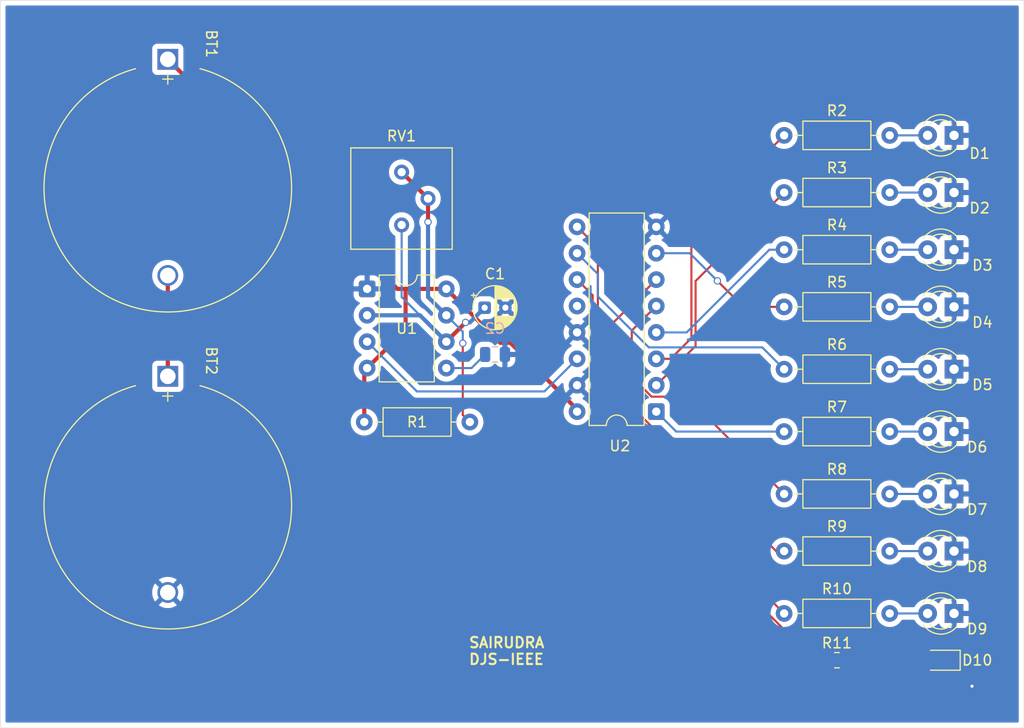
<source format=kicad_pcb>
(kicad_pcb (version 20241229) (generator "pcbnew") (generator_version "9.0")
  (layers (0 "F.Cu" signal) (2 "B.Cu" signal) (5 "F.SilkS" user "F.Silkscreen") (7 "B.SilkS" user "B.Silkscreen") (1 "F.Mask" user) (3 "B.Mask" user) (25 "Edge.Cuts" user))
  (net 0 "")
  (net 1 "Net-(BT1--)")
  (net 2 "+6V")
  (net 3 "GND")
  (net 4 "Net-(U1-THR)")
  (net 5 "Net-(U1-CV)")
  (net 6 "Net-(D1-A)")
  (net 7 "Net-(D2-A)")
  (net 8 "Net-(D3-A)")
  (net 9 "Net-(D4-A)")
  (net 10 "Net-(D5-A)")
  (net 11 "Net-(D6-A)")
  (net 12 "Net-(D7-A)")
  (net 13 "Net-(D8-A)")
  (net 14 "Net-(D9-A)")
  (net 15 "Net-(D10-A)")
  (net 16 "Net-(U1-DIS)")
  (net 17 "Q0")
  (net 18 "Q1")
  (net 19 "Q2")
  (net 20 "Q3")
  (net 21 "Q4")
  (net 22 "Q5")
  (net 23 "Q6")
  (net 24 "Q7")
  (net 25 "Q8")
  (net 26 "Q9")
  (net 27 "CLK")
  (footprint "Resistor_THT:R_Axial_DIN0207_L6.3mm_D2.5mm_P10.16mm_Horizontal" (layer "F.Cu") (at 147.42 58)
    (property "Reference" "R5" (at 5.08 -2.37 0) (layer "F.SilkS"))
    (property "Value" "220")
    (fp_line (start 1.04 0) (end 1.81 0) (stroke (width 0.12)) (layer "F.SilkS"))
    (fp_line (start 9.12 0) (end 8.35 0) (stroke (width 0.12)) (layer "F.SilkS"))
    (fp_rect (start 1.81 -1.37) (end 8.35 1.37) (stroke (width 0.12)) (fill no) (layer "F.SilkS"))
    (pad "1" thru_hole circle (at 0 0) (size 1.6 1.6) (drill 0.8) (layers "*.Cu" "*.Mask") (net 20 "Q3"))
    (pad "2" thru_hole circle (at 10.16 0) (size 1.6 1.6) (drill 0.8) (layers "*.Cu" "*.Mask") (net 9 "Net-(D4-A)"))
  )
  (footprint "Battery:BatteryHolder_MYOUNG_BS-07-A1BJ001_CR2032" (layer "F.Cu") (at 88.12 34.182546 -90)
    (property "Reference" "BT1" (at -1.5 -4.2 270) (layer "F.SilkS"))
    (property "Value" "3V")
    (fp_line (start 1.4 0) (end 2.4 0) (stroke (width 0.12)) (layer "F.SilkS"))
    (fp_line (start 1.9 -0.5) (end 1.9 0.5) (stroke (width 0.12)) (layer "F.SilkS"))
    (fp_arc (start 0.900001 -3.1) (mid 24.310499 0) (end 0.900001 3.1) (stroke (width 0.12)) (layer "F.SilkS"))
    (pad "1" thru_hole rect (at 0 0 90) (size 2 2) (drill 1.5) (layers "*.Cu" "*.Mask") (net 2 "+6V"))
    (pad "2" thru_hole circle (at 20.8 0 90) (size 2 2) (drill 1.5) (layers "*.Cu" "*.Mask") (net 1 "Net-(BT1--)"))
  )
  (footprint "LED_THT:LED_D3.0mm" (layer "F.Cu") (at 163.77 76 180)
    (property "Reference" "D7" (at -2.23 -1.5 0) (layer "F.SilkS"))
    (property "Value" "LED")
    (fp_line (start -0.29 1.08) (end -0.29 1.236) (stroke (width 0.12)) (layer "F.SilkS"))
    (fp_line (start -0.29 -1.236) (end -0.29 -1.08) (stroke (width 0.12)) (layer "F.SilkS"))
    (fp_arc (start 2.941437 1.08) (mid 1.36566 1.987699) (end -0.29 1.235516) (stroke (width 0.12)) (layer "F.SilkS"))
    (fp_arc (start 2.310961 1.08) (mid 1.27 1.5) (end 0.229039 1.08) (stroke (width 0.12)) (layer "F.SilkS"))
    (fp_arc (start 0.229039 -1.08) (mid 1.27 -1.5) (end 2.310961 -1.08) (stroke (width 0.12)) (layer "F.SilkS"))
    (fp_arc (start -0.29 -1.235516) (mid 1.36566 -1.987699) (end 2.941437 -1.08) (stroke (width 0.12)) (layer "F.SilkS"))
    (pad "1" thru_hole rect (at 0 0 180) (size 1.8 1.8) (drill 0.9) (layers "*.Cu" "*.Mask") (net 3 "GND"))
    (pad "2" thru_hole circle (at 2.54 0 180) (size 1.8 1.8) (drill 0.9) (layers "*.Cu" "*.Mask") (net 12 "Net-(D7-A)"))
  )
  (footprint "Package_DIP:DIP-8_W7.62mm" (layer "F.Cu") (at 107.3 56.27)
    (property "Reference" "U1" (at 3.805 3.81 0) (layer "F.SilkS"))
    (property "Value" "LM555xN")
    (fp_line (start 1.16 -1.33) (end 1.16 8.95) (stroke (width 0.12)) (layer "F.SilkS"))
    (fp_line (start 1.16 8.95) (end 6.46 8.95) (stroke (width 0.12)) (layer "F.SilkS"))
    (fp_line (start 2.81 -1.33) (end 1.16 -1.33) (stroke (width 0.12)) (layer "F.SilkS"))
    (fp_line (start 6.46 -1.33) (end 4.81 -1.33) (stroke (width 0.12)) (layer "F.SilkS"))
    (fp_line (start 6.46 8.95) (end 6.46 -1.33) (stroke (width 0.12)) (layer "F.SilkS"))
    (fp_arc (start 4.81 -1.33) (mid 3.81 -0.33) (end 2.81 -1.33) (stroke (width 0.12)) (layer "F.SilkS"))
    (pad "1" thru_hole roundrect (at 0 0) (size 1.6 1.6) (drill 0.8) (layers "*.Cu" "*.Mask") (roundrect_rratio 0.15625) (net 3 "GND"))
    (pad "2" thru_hole circle (at 0 2.54) (size 1.6 1.6) (drill 0.8) (layers "*.Cu" "*.Mask") (net 4 "Net-(U1-THR)"))
    (pad "3" thru_hole circle (at 0 5.08) (size 1.6 1.6) (drill 0.8) (layers "*.Cu" "*.Mask") (net 27 "CLK"))
    (pad "4" thru_hole circle (at 0 7.62) (size 1.6 1.6) (drill 0.8) (layers "*.Cu" "*.Mask") (net 2 "+6V"))
    (pad "5" thru_hole circle (at 7.62 7.62) (size 1.6 1.6) (drill 0.8) (layers "*.Cu" "*.Mask") (net 5 "Net-(U1-CV)"))
    (pad "6" thru_hole circle (at 7.62 5.08) (size 1.6 1.6) (drill 0.8) (layers "*.Cu" "*.Mask") (net 4 "Net-(U1-THR)"))
    (pad "7" thru_hole circle (at 7.62 2.54) (size 1.6 1.6) (drill 0.8) (layers "*.Cu" "*.Mask") (net 16 "Net-(U1-DIS)"))
    (pad "8" thru_hole circle (at 7.62 0) (size 1.6 1.6) (drill 0.8) (layers "*.Cu" "*.Mask") (net 2 "+6V"))
  )
  (footprint "Resistor_THT:R_Axial_DIN0207_L6.3mm_D2.5mm_P10.16mm_Horizontal" (layer "F.Cu") (at 147.42 52.5)
    (property "Reference" "R4" (at 5.08 -2.37 0) (layer "F.SilkS"))
    (property "Value" "220")
    (fp_line (start 1.04 0) (end 1.81 0) (stroke (width 0.12)) (layer "F.SilkS"))
    (fp_line (start 9.12 0) (end 8.35 0) (stroke (width 0.12)) (layer "F.SilkS"))
    (fp_rect (start 1.81 -1.37) (end 8.35 1.37) (stroke (width 0.12)) (fill no) (layer "F.SilkS"))
    (pad "1" thru_hole circle (at 0 0) (size 1.6 1.6) (drill 0.8) (layers "*.Cu" "*.Mask") (net 19 "Q2"))
    (pad "2" thru_hole circle (at 10.16 0) (size 1.6 1.6) (drill 0.8) (layers "*.Cu" "*.Mask") (net 8 "Net-(D3-A)"))
  )
  (footprint "Resistor_THT:R_Axial_DIN0207_L6.3mm_D2.5mm_P10.16mm_Horizontal" (layer "F.Cu") (at 107.025 69.08)
    (property "Reference" "R1" (at 5.08 0 0) (layer "F.SilkS"))
    (property "Value" "10K")
    (fp_line (start 1.04 0) (end 1.81 0) (stroke (width 0.12)) (layer "F.SilkS"))
    (fp_line (start 9.12 0) (end 8.35 0) (stroke (width 0.12)) (layer "F.SilkS"))
    (fp_rect (start 1.81 -1.37) (end 8.35 1.37) (stroke (width 0.12)) (fill no) (layer "F.SilkS"))
    (pad "1" thru_hole circle (at 0 0) (size 1.6 1.6) (drill 0.8) (layers "*.Cu" "*.Mask") (net 2 "+6V"))
    (pad "2" thru_hole circle (at 10.16 0) (size 1.6 1.6) (drill 0.8) (layers "*.Cu" "*.Mask") (net 16 "Net-(U1-DIS)"))
  )
  (footprint "LED_THT:LED_D3.0mm" (layer "F.Cu") (at 163.77 87.5 180)
    (property "Reference" "D9" (at -2.23 -1.5 0) (layer "F.SilkS"))
    (property "Value" "LED")
    (fp_line (start -0.29 1.08) (end -0.29 1.236) (stroke (width 0.12)) (layer "F.SilkS"))
    (fp_line (start -0.29 -1.236) (end -0.29 -1.08) (stroke (width 0.12)) (layer "F.SilkS"))
    (fp_arc (start 2.941437 1.08) (mid 1.36566 1.987699) (end -0.29 1.235516) (stroke (width 0.12)) (layer "F.SilkS"))
    (fp_arc (start 2.310961 1.08) (mid 1.27 1.5) (end 0.229039 1.08) (stroke (width 0.12)) (layer "F.SilkS"))
    (fp_arc (start 0.229039 -1.08) (mid 1.27 -1.5) (end 2.310961 -1.08) (stroke (width 0.12)) (layer "F.SilkS"))
    (fp_arc (start -0.29 -1.235516) (mid 1.36566 -1.987699) (end 2.941437 -1.08) (stroke (width 0.12)) (layer "F.SilkS"))
    (pad "1" thru_hole rect (at 0 0 180) (size 1.8 1.8) (drill 0.9) (layers "*.Cu" "*.Mask") (net 3 "GND"))
    (pad "2" thru_hole circle (at 2.54 0 180) (size 1.8 1.8) (drill 0.9) (layers "*.Cu" "*.Mask") (net 14 "Net-(D9-A)"))
  )
  (footprint "LED_THT:LED_D3.0mm" (layer "F.Cu") (at 163.77 52.5 180)
    (property "Reference" "D3" (at -2.73 -1.5 0) (layer "F.SilkS"))
    (property "Value" "LED")
    (fp_line (start -0.29 1.08) (end -0.29 1.236) (stroke (width 0.12)) (layer "F.SilkS"))
    (fp_line (start -0.29 -1.236) (end -0.29 -1.08) (stroke (width 0.12)) (layer "F.SilkS"))
    (fp_arc (start 2.941437 1.08) (mid 1.36566 1.987699) (end -0.29 1.235516) (stroke (width 0.12)) (layer "F.SilkS"))
    (fp_arc (start 2.310961 1.08) (mid 1.27 1.5) (end 0.229039 1.08) (stroke (width 0.12)) (layer "F.SilkS"))
    (fp_arc (start 0.229039 -1.08) (mid 1.27 -1.5) (end 2.310961 -1.08) (stroke (width 0.12)) (layer "F.SilkS"))
    (fp_arc (start -0.29 -1.235516) (mid 1.36566 -1.987699) (end 2.941437 -1.08) (stroke (width 0.12)) (layer "F.SilkS"))
    (pad "1" thru_hole rect (at 0 0 180) (size 1.8 1.8) (drill 0.9) (layers "*.Cu" "*.Mask") (net 3 "GND"))
    (pad "2" thru_hole circle (at 2.54 0 180) (size 1.8 1.8) (drill 0.9) (layers "*.Cu" "*.Mask") (net 8 "Net-(D3-A)"))
  )
  (footprint "LED_THT:LED_D3.0mm" (layer "F.Cu") (at 163.77 64 180)
    (property "Reference" "D5" (at -2.73 -1.5 0) (layer "F.SilkS"))
    (property "Value" "LED")
    (fp_line (start -0.29 1.08) (end -0.29 1.236) (stroke (width 0.12)) (layer "F.SilkS"))
    (fp_line (start -0.29 -1.236) (end -0.29 -1.08) (stroke (width 0.12)) (layer "F.SilkS"))
    (fp_arc (start 2.941437 1.08) (mid 1.36566 1.987699) (end -0.29 1.235516) (stroke (width 0.12)) (layer "F.SilkS"))
    (fp_arc (start 2.310961 1.08) (mid 1.27 1.5) (end 0.229039 1.08) (stroke (width 0.12)) (layer "F.SilkS"))
    (fp_arc (start 0.229039 -1.08) (mid 1.27 -1.5) (end 2.310961 -1.08) (stroke (width 0.12)) (layer "F.SilkS"))
    (fp_arc (start -0.29 -1.235516) (mid 1.36566 -1.987699) (end 2.941437 -1.08) (stroke (width 0.12)) (layer "F.SilkS"))
    (pad "1" thru_hole rect (at 0 0 180) (size 1.8 1.8) (drill 0.9) (layers "*.Cu" "*.Mask") (net 3 "GND"))
    (pad "2" thru_hole circle (at 2.54 0 180) (size 1.8 1.8) (drill 0.9) (layers "*.Cu" "*.Mask") (net 10 "Net-(D5-A)"))
  )
  (footprint "LED_SMD:LED_0805_2012Metric_Pad1.15x1.40mm_HandSolder" (layer "F.Cu") (at 162.5 92 180)
    (property "Reference" "D10" (at -3.5 0 0) (layer "F.SilkS"))
    (property "Value" "LED")
    (fp_line (start 1 -0.96) (end -1.86 -0.96) (stroke (width 0.12)) (layer "F.SilkS"))
    (fp_line (start -1.86 0.96) (end 1 0.96) (stroke (width 0.12)) (layer "F.SilkS"))
    (fp_line (start -1.86 -0.96) (end -1.86 0.96) (stroke (width 0.12)) (layer "F.SilkS"))
    (pad "1" smd roundrect (at -1.025 0 180) (size 1.15 1.4) (layers "F.Cu" "F.Mask" "F.Paste") (roundrect_rratio 0.217391) (net 3 "GND"))
    (pad "2" smd roundrect (at 1.025 0 180) (size 1.15 1.4) (layers "F.Cu" "F.Mask" "F.Paste") (roundrect_rratio 0.217391) (net 15 "Net-(D10-A)"))
  )
  (footprint "Package_DIP:DIP-16_W7.62mm" (layer "F.Cu") (at 135.12 68.08 180)
    (property "Reference" "U2" (at 3.5 -3.3 0) (layer "F.SilkS"))
    (property "Value" "4017")
    (fp_line (start 6.46 19.11) (end 6.46 -1.33) (stroke (width 0.12)) (layer "F.SilkS"))
    (fp_line (start 6.46 -1.33) (end 4.81 -1.33) (stroke (width 0.12)) (layer "F.SilkS"))
    (fp_line (start 2.81 -1.33) (end 1.16 -1.33) (stroke (width 0.12)) (layer "F.SilkS"))
    (fp_line (start 1.16 19.11) (end 6.46 19.11) (stroke (width 0.12)) (layer "F.SilkS"))
    (fp_line (start 1.16 -1.33) (end 1.16 19.11) (stroke (width 0.12)) (layer "F.SilkS"))
    (fp_arc (start 4.81 -1.33) (mid 3.81 -0.33) (end 2.81 -1.33) (stroke (width 0.12)) (layer "F.SilkS"))
    (pad "1" thru_hole roundrect (at 0 0 180) (size 1.6 1.6) (drill 0.8) (layers "*.Cu" "*.Mask") (roundrect_rratio 0.15625) (net 22 "Q5"))
    (pad "2" thru_hole circle (at 0 2.54 180) (size 1.6 1.6) (drill 0.8) (layers "*.Cu" "*.Mask") (net 18 "Q1"))
    (pad "3" thru_hole circle (at 0 5.08 180) (size 1.6 1.6) (drill 0.8) (layers "*.Cu" "*.Mask") (net 17 "Q0"))
    (pad "4" thru_hole circle (at 0 7.62 180) (size 1.6 1.6) (drill 0.8) (layers "*.Cu" "*.Mask") (net 19 "Q2"))
    (pad "5" thru_hole circle (at 0 10.16 180) (size 1.6 1.6) (drill 0.8) (layers "*.Cu" "*.Mask") (net 23 "Q6"))
    (pad "6" thru_hole circle (at 0 12.7 180) (size 1.6 1.6) (drill 0.8) (layers "*.Cu" "*.Mask") (net 24 "Q7"))
    (pad "7" thru_hole circle (at 0 15.24 180) (size 1.6 1.6) (drill 0.8) (layers "*.Cu" "*.Mask") (net 20 "Q3"))
    (pad "8" thru_hole circle (at 0 17.78 180) (size 1.6 1.6) (drill 0.8) (layers "*.Cu" "*.Mask") (net 3 "GND"))
    (pad "9" thru_hole circle (at 7.62 17.78 180) (size 1.6 1.6) (drill 0.8) (layers "*.Cu" "*.Mask") (net 25 "Q8"))
    (pad "10" thru_hole circle (at 7.62 15.24 180) (size 1.6 1.6) (drill 0.8) (layers "*.Cu" "*.Mask") (net 21 "Q4"))
    (pad "11" thru_hole circle (at 7.62 12.7 180) (size 1.6 1.6) (drill 0.8) (layers "*.Cu" "*.Mask") (net 26 "Q9"))
    (pad "12" thru_hole circle (at 7.62 10.16 180) (size 1.6 1.6) (drill 0.8) (layers "*.Cu" "*.Mask"))
    (pad "13" thru_hole circle (at 7.62 7.62 180) (size 1.6 1.6) (drill 0.8) (layers "*.Cu" "*.Mask") (net 3 "GND"))
    (pad "14" thru_hole circle (at 7.62 5.08 180) (size 1.6 1.6) (drill 0.8) (layers "*.Cu" "*.Mask") (net 27 "CLK"))
    (pad "15" thru_hole circle (at 7.62 2.54 180) (size 1.6 1.6) (drill 0.8) (layers "*.Cu" "*.Mask") (net 3 "GND"))
    (pad "16" thru_hole circle (at 7.62 0 180) (size 1.6 1.6) (drill 0.8) (layers "*.Cu" "*.Mask") (net 2 "+6V"))
  )
  (footprint "Potentiometer_THT:Potentiometer_Bourns_3386P_Vertical" (layer "F.Cu") (at 110.62 50.12)
    (property "Reference" "RV1" (at -0.015 -8.555 0) (layer "F.SilkS"))
    (property "Value" "10K")
    (fp_line (start -4.89 -7.415) (end 4.86 -7.415) (stroke (width 0.12)) (layer "F.SilkS"))
    (fp_line (start -4.89 2.335) (end -4.89 -7.415) (stroke (width 0.12)) (layer "F.SilkS"))
    (fp_line (start 4.86 -7.415) (end 4.86 2.335) (stroke (width 0.12)) (layer "F.SilkS"))
    (fp_line (start 4.86 2.335) (end -4.89 2.335) (stroke (width 0.12)) (layer "F.SilkS"))
    (pad "1" thru_hole circle (at 0 0) (size 1.44 1.44) (drill 0.8) (layers "*.Cu" "*.Mask") (net 4 "Net-(U1-THR)"))
    (pad "2" thru_hole circle (at 2.54 -2.54) (size 1.44 1.44) (drill 0.8) (layers "*.Cu" "*.Mask") (net 16 "Net-(U1-DIS)"))
    (pad "3" thru_hole circle (at 0 -5.08) (size 1.44 1.44) (drill 0.8) (layers "*.Cu" "*.Mask") (net 16 "Net-(U1-DIS)"))
  )
  (footprint "Resistor_THT:R_Axial_DIN0207_L6.3mm_D2.5mm_P10.16mm_Horizontal" (layer "F.Cu") (at 147.42 47)
    (property "Reference" "R3" (at 5.08 -2.37 0) (layer "F.SilkS"))
    (property "Value" "220")
    (fp_line (start 1.04 0) (end 1.81 0) (stroke (width 0.12)) (layer "F.SilkS"))
    (fp_line (start 9.12 0) (end 8.35 0) (stroke (width 0.12)) (layer "F.SilkS"))
    (fp_rect (start 1.81 -1.37) (end 8.35 1.37) (stroke (width 0.12)) (fill no) (layer "F.SilkS"))
    (pad "1" thru_hole circle (at 0 0) (size 1.6 1.6) (drill 0.8) (layers "*.Cu" "*.Mask") (net 18 "Q1"))
    (pad "2" thru_hole circle (at 10.16 0) (size 1.6 1.6) (drill 0.8) (layers "*.Cu" "*.Mask") (net 7 "Net-(D2-A)"))
  )
  (footprint "LED_THT:LED_D3.0mm" (layer "F.Cu") (at 163.77 58 180)
    (property "Reference" "D4" (at -2.73 -1.5 0) (layer "F.SilkS"))
    (property "Value" "LED")
    (fp_line (start -0.29 1.08) (end -0.29 1.236) (stroke (width 0.12)) (layer "F.SilkS"))
    (fp_line (start -0.29 -1.236) (end -0.29 -1.08) (stroke (width 0.12)) (layer "F.SilkS"))
    (fp_arc (start 2.941437 1.08) (mid 1.36566 1.987699) (end -0.29 1.235516) (stroke (width 0.12)) (layer "F.SilkS"))
    (fp_arc (start 2.310961 1.08) (mid 1.27 1.5) (end 0.229039 1.08) (stroke (width 0.12)) (layer "F.SilkS"))
    (fp_arc (start 0.229039 -1.08) (mid 1.27 -1.5) (end 2.310961 -1.08) (stroke (width 0.12)) (layer "F.SilkS"))
    (fp_arc (start -0.29 -1.235516) (mid 1.36566 -1.987699) (end 2.941437 -1.08) (stroke (width 0.12)) (layer "F.SilkS"))
    (pad "1" thru_hole rect (at 0 0 180) (size 1.8 1.8) (drill 0.9) (layers "*.Cu" "*.Mask") (net 3 "GND"))
    (pad "2" thru_hole circle (at 2.54 0 180) (size 1.8 1.8) (drill 0.9) (layers "*.Cu" "*.Mask") (net 9 "Net-(D4-A)"))
  )
  (footprint "LED_THT:LED_D3.0mm" (layer "F.Cu") (at 163.77 47 180)
    (property "Reference" "D2" (at -2.46 -1.5 0) (layer "F.SilkS"))
    (property "Value" "LED")
    (fp_line (start -0.29 1.08) (end -0.29 1.236) (stroke (width 0.12)) (layer "F.SilkS"))
    (fp_line (start -0.29 -1.236) (end -0.29 -1.08) (stroke (width 0.12)) (layer "F.SilkS"))
    (fp_arc (start 2.941437 1.08) (mid 1.36566 1.987699) (end -0.29 1.235516) (stroke (width 0.12)) (layer "F.SilkS"))
    (fp_arc (start 2.310961 1.08) (mid 1.27 1.5) (end 0.229039 1.08) (stroke (width 0.12)) (layer "F.SilkS"))
    (fp_arc (start 0.229039 -1.08) (mid 1.27 -1.5) (end 2.310961 -1.08) (stroke (width 0.12)) (layer "F.SilkS"))
    (fp_arc (start -0.29 -1.235516) (mid 1.36566 -1.987699) (end 2.941437 -1.08) (stroke (width 0.12)) (layer "F.SilkS"))
    (pad "1" thru_hole rect (at 0 0 180) (size 1.8 1.8) (drill 0.9) (layers "*.Cu" "*.Mask") (net 3 "GND"))
    (pad "2" thru_hole circle (at 2.54 0 180) (size 1.8 1.8) (drill 0.9) (layers "*.Cu" "*.Mask") (net 7 "Net-(D2-A)"))
  )
  (footprint "LED_THT:LED_D3.0mm" (layer "F.Cu") (at 163.77 81.5 180)
    (property "Reference" "D8" (at -2.23 -1.5 0) (layer "F.SilkS"))
    (property "Value" "LED")
    (fp_line (start -0.29 1.08) (end -0.29 1.236) (stroke (width 0.12)) (layer "F.SilkS"))
    (fp_line (start -0.29 -1.236) (end -0.29 -1.08) (stroke (width 0.12)) (layer "F.SilkS"))
    (fp_arc (start 2.941437 1.08) (mid 1.36566 1.987699) (end -0.29 1.235516) (stroke (width 0.12)) (layer "F.SilkS"))
    (fp_arc (start 2.310961 1.08) (mid 1.27 1.5) (end 0.229039 1.08) (stroke (width 0.12)) (layer "F.SilkS"))
    (fp_arc (start 0.229039 -1.08) (mid 1.27 -1.5) (end 2.310961 -1.08) (stroke (width 0.12)) (layer "F.SilkS"))
    (fp_arc (start -0.29 -1.235516) (mid 1.36566 -1.987699) (end 2.941437 -1.08) (stroke (width 0.12)) (layer "F.SilkS"))
    (pad "1" thru_hole rect (at 0 0 180) (size 1.8 1.8) (drill 0.9) (layers "*.Cu" "*.Mask") (net 3 "GND"))
    (pad "2" thru_hole circle (at 2.54 0 180) (size 1.8 1.8) (drill 0.9) (layers "*.Cu" "*.Mask") (net 13 "Net-(D8-A)"))
  )
  (footprint "Resistor_THT:R_Axial_DIN0207_L6.3mm_D2.5mm_P10.16mm_Horizontal" (layer "F.Cu") (at 147.42 76)
    (property "Reference" "R8" (at 5.08 -2.37 0) (layer "F.SilkS"))
    (property "Value" "220")
    (fp_line (start 1.04 0) (end 1.81 0) (stroke (width 0.12)) (layer "F.SilkS"))
    (fp_line (start 9.12 0) (end 8.35 0) (stroke (width 0.12)) (layer "F.SilkS"))
    (fp_rect (start 1.81 -1.37) (end 8.35 1.37) (stroke (width 0.12)) (fill no) (layer "F.SilkS"))
    (pad "1" thru_hole circle (at 0 0) (size 1.6 1.6) (drill 0.8) (layers "*.Cu" "*.Mask") (net 23 "Q6"))
    (pad "2" thru_hole circle (at 10.16 0) (size 1.6 1.6) (drill 0.8) (layers "*.Cu" "*.Mask") (net 12 "Net-(D7-A)"))
  )
  (footprint "Battery:BatteryHolder_MYOUNG_BS-07-A1BJ001_CR2032" (layer "F.Cu") (at 88.12 64.682546 -90)
    (property "Reference" "BT2" (at -1.5 -4.2 270) (layer "F.SilkS"))
    (property "Value" "3V")
    (fp_line (start 1.4 0) (end 2.4 0) (stroke (width 0.12)) (layer "F.SilkS"))
    (fp_line (start 1.9 -0.5) (end 1.9 0.5) (stroke (width 0.12)) (layer "F.SilkS"))
    (fp_arc (start 0.900001 -3.1) (mid 24.310499 0) (end 0.900001 3.1) (stroke (width 0.12)) (layer "F.SilkS"))
    (pad "1" thru_hole rect (at 0 0 90) (size 2 2) (drill 1.5) (layers "*.Cu" "*.Mask") (net 1 "Net-(BT1--)"))
    (pad "2" thru_hole circle (at 20.8 0 90) (size 2 2) (drill 1.5) (layers "*.Cu" "*.Mask") (net 3 "GND"))
  )
  (footprint "Resistor_THT:R_Axial_DIN0207_L6.3mm_D2.5mm_P10.16mm_Horizontal" (layer "F.Cu") (at 147.42 41.5)
    (property "Reference" "R2" (at 5.08 -2.37 0) (layer "F.SilkS"))
    (property "Value" "220")
    (fp_line (start 1.04 0) (end 1.81 0) (stroke (width 0.12)) (layer "F.SilkS"))
    (fp_line (start 9.12 0) (end 8.35 0) (stroke (width 0.12)) (layer "F.SilkS"))
    (fp_rect (start 1.81 -1.37) (end 8.35 1.37) (stroke (width 0.12)) (fill no) (layer "F.SilkS"))
    (pad "1" thru_hole circle (at 0 0) (size 1.6 1.6) (drill 0.8) (layers "*.Cu" "*.Mask") (net 17 "Q0"))
    (pad "2" thru_hole circle (at 10.16 0) (size 1.6 1.6) (drill 0.8) (layers "*.Cu" "*.Mask") (net 6 "Net-(D1-A)"))
  )
  (footprint "Resistor_THT:R_Axial_DIN0207_L6.3mm_D2.5mm_P10.16mm_Horizontal" (layer "F.Cu") (at 147.42 64)
    (property "Reference" "R6" (at 5.08 -2.37 0) (layer "F.SilkS"))
    (property "Value" "220")
    (fp_line (start 1.04 0) (end 1.81 0) (stroke (width 0.12)) (layer "F.SilkS"))
    (fp_line (start 9.12 0) (end 8.35 0) (stroke (width 0.12)) (layer "F.SilkS"))
    (fp_rect (start 1.81 -1.37) (end 8.35 1.37) (stroke (width 0.12)) (fill no) (layer "F.SilkS"))
    (pad "1" thru_hole circle (at 0 0) (size 1.6 1.6) (drill 0.8) (layers "*.Cu" "*.Mask") (net 21 "Q4"))
    (pad "2" thru_hole circle (at 10.16 0) (size 1.6 1.6) (drill 0.8) (layers "*.Cu" "*.Mask") (net 10 "Net-(D5-A)"))
  )
  (footprint "LED_THT:LED_D3.0mm" (layer "F.Cu") (at 163.77 41.5 180)
    (property "Reference" "D1" (at -2.46 -1.74 0) (layer "F.SilkS"))
    (property "Value" "LED")
    (fp_line (start -0.29 1.08) (end -0.29 1.236) (stroke (width 0.12)) (layer "F.SilkS"))
    (fp_line (start -0.29 -1.236) (end -0.29 -1.08) (stroke (width 0.12)) (layer "F.SilkS"))
    (fp_arc (start 2.941437 1.08) (mid 1.36566 1.987699) (end -0.29 1.235516) (stroke (width 0.12)) (layer "F.SilkS"))
    (fp_arc (start 2.310961 1.08) (mid 1.27 1.5) (end 0.229039 1.08) (stroke (width 0.12)) (layer "F.SilkS"))
    (fp_arc (start 0.229039 -1.08) (mid 1.27 -1.5) (end 2.310961 -1.08) (stroke (width 0.12)) (layer "F.SilkS"))
    (fp_arc (start -0.29 -1.235516) (mid 1.36566 -1.987699) (end 2.941437 -1.08) (stroke (width 0.12)) (layer "F.SilkS"))
    (pad "1" thru_hole rect (at 0 0 180) (size 1.8 1.8) (drill 0.9) (layers "*.Cu" "*.Mask") (net 3 "GND"))
    (pad "2" thru_hole circle (at 2.54 0 180) (size 1.8 1.8) (drill 0.9) (layers "*.Cu" "*.Mask") (net 6 "Net-(D1-A)"))
  )
  (footprint "Resistor_SMD:R_0805_2012Metric" (layer "F.Cu") (at 152.5 92)
    (property "Reference" "R11" (at 0 -1.65 0) (layer "F.SilkS"))
    (property "Value" "220")
    (fp_line (start -0.227064 -0.735) (end 0.227064 -0.735) (stroke (width 0.12)) (layer "F.SilkS"))
    (fp_line (start -0.227064 0.735) (end 0.227064 0.735) (stroke (width 0.12)) (layer "F.SilkS"))
    (pad "1" smd roundrect (at -0.9125 0) (size 1.025 1.4) (layers "F.Cu" "F.Mask" "F.Paste") (roundrect_rratio 0.243902) (net 26 "Q9"))
    (pad "2" smd roundrect (at 0.9125 0) (size 1.025 1.4) (layers "F.Cu" "F.Mask" "F.Paste") (roundrect_rratio 0.243902) (net 15 "Net-(D10-A)"))
  )
  (footprint "Capacitor_THT:CP_Radial_D4.0mm_P2.00mm" (layer "F.Cu") (at 118.605 58.08)
    (property "Reference" "C1" (at 1 -3.25 0) (layer "F.SilkS"))
    (property "Value" "10uF")
    (fp_line (start -1.269801 -1.195) (end -0.869801 -1.195) (stroke (width 0.12)) (layer "F.SilkS"))
    (fp_line (start -1.069801 -1.395) (end -1.069801 -0.995) (stroke (width 0.12)) (layer "F.SilkS"))
    (fp_line (start 1 -2.08) (end 1 2.08) (stroke (width 0.12)) (layer "F.SilkS"))
    (fp_line (start 1.04 -2.08) (end 1.04 2.08) (stroke (width 0.12)) (layer "F.SilkS"))
    (fp_line (start 1.08 -2.078) (end 1.08 2.078) (stroke (width 0.12)) (layer "F.SilkS"))
    (fp_line (start 1.12 -2.077) (end 1.12 2.077) (stroke (width 0.12)) (layer "F.SilkS"))
    (fp_line (start 1.16 -2.074) (end 1.16 2.074) (stroke (width 0.12)) (layer "F.SilkS"))
    (fp_line (start 1.2 -2.071) (end 1.2 -0.84) (stroke (width 0.12)) (layer "F.SilkS"))
    (fp_line (start 1.2 0.84) (end 1.2 2.071) (stroke (width 0.12)) (layer "F.SilkS"))
    (fp_line (start 1.24 -2.066) (end 1.24 -0.84) (stroke (width 0.12)) (layer "F.SilkS"))
    (fp_line (start 1.24 0.84) (end 1.24 2.066) (stroke (width 0.12)) (layer "F.SilkS"))
    (fp_line (start 1.28 -2.061) (end 1.28 -0.84) (stroke (width 0.12)) (layer "F.SilkS"))
    (fp_line (start 1.28 0.84) (end 1.28 2.061) (stroke (width 0.12)) (layer "F.SilkS"))
    (fp_line (start 1.32 -2.056) (end 1.32 -0.84) (stroke (width 0.12)) (layer "F.SilkS"))
    (fp_line (start 1.32 0.84) (end 1.32 2.056) (stroke (width 0.12)) (layer "F.SilkS"))
    (fp_line (start 1.36 -2.049) (end 1.36 -0.84) (stroke (width 0.12)) (layer "F.SilkS"))
    (fp_line (start 1.36 0.84) (end 1.36 2.049) (stroke (width 0.12)) (layer "F.SilkS"))
    (fp_line (start 1.4 -2.042) (end 1.4 -0.84) (stroke (width 0.12)) (layer "F.SilkS"))
    (fp_line (start 1.4 0.84) (end 1.4 2.042) (stroke (width 0.12)) (layer "F.SilkS"))
    (fp_line (start 1.44 -2.034) (end 1.44 -0.84) (stroke (width 0.12)) (layer "F.SilkS"))
    (fp_line (start 1.44 0.84) (end 1.44 2.034) (stroke (width 0.12)) (layer "F.SilkS"))
    (fp_line (start 1.48 -2.025) (end 1.48 -0.84) (stroke (width 0.12)) (layer "F.SilkS"))
    (fp_line (start 1.48 0.84) (end 1.48 2.025) (stroke (width 0.12)) (layer "F.SilkS"))
    (fp_line (start 1.52 -2.015) (end 1.52 -0.84) (stroke (width 0.12)) (layer "F.SilkS"))
    (fp_line (start 1.52 0.84) (end 1.52 2.015) (stroke (width 0.12)) (layer "F.SilkS"))
    (fp_line (start 1.56 -2.005) (end 1.56 -0.84) (stroke (width 0.12)) (layer "F.SilkS"))
    (fp_line (start 1.56 0.84) (end 1.56 2.005) (stroke (width 0.12)) (layer "F.SilkS"))
    (fp_line (start 1.6 -1.993) (end 1.6 -0.84) (stroke (width 0.12)) (layer "F.SilkS"))
    (fp_line (start 1.6 0.84) (end 1.6 1.993) (stroke (width 0.12)) (layer "F.SilkS"))
    (fp_line (start 1.64 -1.981) (end 1.64 -0.84) (stroke (width 0.12)) (layer "F.SilkS"))
    (fp_line (start 1.64 0.84) (end 1.64 1.981) (stroke (width 0.12)) (layer "F.SilkS"))
    (fp_line (start 1.68 -1.968) (end 1.68 -0.84) (stroke (width 0.12)) (layer "F.SilkS"))
    (fp_line (start 1.68 0.84) (end 1.68 1.968) (stroke (width 0.12)) (layer "F.SilkS"))
    (fp_line (start 1.72 -1.954) (end 1.72 -0.84) (stroke (width 0.12)) (layer "F.SilkS"))
    (fp_line (start 1.72 0.84) (end 1.72 1.954) (stroke (width 0.12)) (layer "F.SilkS"))
    (fp_line (start 1.76 -1.939) (end 1.76 -0.84) (stroke (width 0.12)) (layer "F.SilkS"))
    (fp_line (start 1.76 0.84) (end 1.76 1.939) (stroke (width 0.12)) (layer "F.SilkS"))
    (fp_line (start 1.8 -1.923) (end 1.8 -0.84) (stroke (width 0.12)) (layer "F.SilkS"))
    (fp_line (start 1.8 0.84) (end 1.8 1.923) (stroke (width 0.12)) (layer "F.SilkS"))
    (fp_line (start 1.84 -1.906) (end 1.84 -0.84) (stroke (width 0.12)) (layer "F.SilkS"))
    (fp_line (start 1.84 0.84) (end 1.84 1.906) (stroke (width 0.12)) (layer "F.SilkS"))
    (fp_line (start 1.88 -1.889) (end 1.88 -0.84) (stroke (width 0.12)) (layer "F.SilkS"))
    (fp_line (start 1.88 0.84) (end 1.88 1.889) (stroke (width 0.12)) (layer "F.SilkS"))
    (fp_line (start 1.92 -1.87) (end 1.92 -0.84) (stroke (width 0.12)) (layer "F.SilkS"))
    (fp_line (start 1.92 0.84) (end 1.92 1.87) (stroke (width 0.12)) (layer "F.SilkS"))
    (fp_line (start 1.96 -1.85) (end 1.96 -0.84) (stroke (width 0.12)) (layer "F.SilkS"))
    (fp_line (start 1.96 0.84) (end 1.96 1.85) (stroke (width 0.12)) (layer "F.SilkS"))
    (fp_line (start 2 -1.829) (end 2 -0.84) (stroke (width 0.12)) (layer "F.SilkS"))
    (fp_line (start 2 0.84) (end 2 1.829) (stroke (width 0.12)) (layer "F.SilkS"))
    (fp_line (start 2.04 -1.807) (end 2.04 -0.84) (stroke (width 0.12)) (layer "F.SilkS"))
    (fp_line (start 2.04 0.84) (end 2.04 1.807) (stroke (width 0.12)) (layer "F.SilkS"))
    (fp_line (start 2.08 -1.784) (end 2.08 -0.84) (stroke (width 0.12)) (layer "F.SilkS"))
    (fp_line (start 2.08 0.84) (end 2.08 1.784) (stroke (width 0.12)) (layer "F.SilkS"))
    (fp_line (start 2.12 -1.76) (end 2.12 -0.84) (stroke (width 0.12)) (layer "F.SilkS"))
    (fp_line (start 2.12 0.84) (end 2.12 1.76) (stroke (width 0.12)) (layer "F.SilkS"))
    (fp_line (start 2.16 -1.734) (end 2.16 -0.84) (stroke (width 0.12)) (layer "F.SilkS"))
    (fp_line (start 2.16 0.84) (end 2.16 1.734) (stroke (width 0.12)) (layer "F.SilkS"))
    (fp_line (start 2.2 -1.708) (end 2.2 -0.84) (stroke (width 0.12)) (layer "F.SilkS"))
    (fp_line (start 2.2 0.84) (end 2.2 1.708) (stroke (width 0.12)) (layer "F.SilkS"))
    (fp_line (start 2.24 -1.68) (end 2.24 -0.84) (stroke (width 0.12)) (layer "F.SilkS"))
    (fp_line (start 2.24 0.84) (end 2.24 1.68) (stroke (width 0.12)) (layer "F.SilkS"))
    (fp_line (start 2.28 -1.65) (end 2.28 -0.84) (stroke (width 0.12)) (layer "F.SilkS"))
    (fp_line (start 2.28 0.84) (end 2.28 1.65) (stroke (width 0.12)) (layer "F.SilkS"))
    (fp_line (start 2.32 -1.619) (end 2.32 -0.84) (stroke (width 0.12)) (layer "F.SilkS"))
    (fp_line (start 2.32 0.84) (end 2.32 1.619) (stroke (width 0.12)) (layer "F.SilkS"))
    (fp_line (start 2.36 -1.586) (end 2.36 -0.84) (stroke (width 0.12)) (layer "F.SilkS"))
    (fp_line (start 2.36 0.84) (end 2.36 1.586) (stroke (width 0.12)) (layer "F.SilkS"))
    (fp_line (start 2.4 -1.552) (end 2.4 -0.84) (stroke (width 0.12)) (layer "F.SilkS"))
    (fp_line (start 2.4 0.84) (end 2.4 1.552) (stroke (width 0.12)) (layer "F.SilkS"))
    (fp_line (start 2.44 -1.516) (end 2.44 -0.84) (stroke (width 0.12)) (layer "F.SilkS"))
    (fp_line (start 2.44 0.84) (end 2.44 1.516) (stroke (width 0.12)) (layer "F.SilkS"))
    (fp_line (start 2.48 -1.478) (end 2.48 -0.84) (stroke (width 0.12)) (layer "F.SilkS"))
    (fp_line (start 2.48 0.84) (end 2.48 1.478) (stroke (width 0.12)) (layer "F.SilkS"))
    (fp_line (start 2.52 -1.438) (end 2.52 -0.84) (stroke (width 0.12)) (layer "F.SilkS"))
    (fp_line (start 2.52 0.84) (end 2.52 1.438) (stroke (width 0.12)) (layer "F.SilkS"))
    (fp_line (start 2.56 -1.396) (end 2.56 -0.84) (stroke (width 0.12)) (layer "F.SilkS"))
    (fp_line (start 2.56 0.84) (end 2.56 1.396) (stroke (width 0.12)) (layer "F.SilkS"))
    (fp_line (start 2.6 -1.351) (end 2.6 -0.84) (stroke (width 0.12)) (layer "F.SilkS"))
    (fp_line (start 2.6 0.84) (end 2.6 1.351) (stroke (width 0.12)) (layer "F.SilkS"))
    (fp_line (start 2.64 -1.303) (end 2.64 -0.84) (stroke (width 0.12)) (layer "F.SilkS"))
    (fp_line (start 2.64 0.84) (end 2.64 1.303) (stroke (width 0.12)) (layer "F.SilkS"))
    (fp_line (start 2.68 -1.253) (end 2.68 -0.84) (stroke (width 0.12)) (layer "F.SilkS"))
    (fp_line (start 2.68 0.84) (end 2.68 1.253) (stroke (width 0.12)) (layer "F.SilkS"))
    (fp_line (start 2.72 -1.199) (end 2.72 -0.84) (stroke (width 0.12)) (layer "F.SilkS"))
    (fp_line (start 2.72 0.84) (end 2.72 1.199) (stroke (width 0.12)) (layer "F.SilkS"))
    (fp_line (start 2.76 -1.142) (end 2.76 -0.84) (stroke (width 0.12)) (layer "F.SilkS"))
    (fp_line (start 2.76 0.84) (end 2.76 1.142) (stroke (width 0.12)) (layer "F.SilkS"))
    (fp_line (start 2.8 -1.08) (end 2.8 -0.84) (stroke (width 0.12)) (layer "F.SilkS"))
    (fp_line (start 2.8 0.84) (end 2.8 1.08) (stroke (width 0.12)) (layer "F.SilkS"))
    (fp_line (start 2.84 -1.013) (end 2.84 1.013) (stroke (width 0.12)) (layer "F.SilkS"))
    (fp_line (start 2.88 -0.94) (end 2.88 0.94) (stroke (width 0.12)) (layer "F.SilkS"))
    (fp_line (start 2.92 -0.859) (end 2.92 0.859) (stroke (width 0.12)) (layer "F.SilkS"))
    (fp_line (start 2.96 -0.768) (end 2.96 0.768) (stroke (width 0.12)) (layer "F.SilkS"))
    (fp_line (start 3 -0.663) (end 3 0.663) (stroke (width 0.12)) (layer "F.SilkS"))
    (fp_line (start 3.04 -0.537) (end 3.04 0.537) (stroke (width 0.12)) (layer "F.SilkS"))
    (fp_line (start 3.08 -0.37) (end 3.08 0.37) (stroke (width 0.12)) (layer "F.SilkS"))
    (fp_circle (center 1 0) (end 3.12 0) (stroke (width 0.12)) (fill no) (layer "F.SilkS"))
    (pad "1" thru_hole roundrect (at 0 0) (size 1.2 1.2) (drill 0.6) (layers "*.Cu" "*.Mask") (roundrect_rratio 0.208333) (net 4 "Net-(U1-THR)"))
    (pad "2" thru_hole circle (at 2 0) (size 1.2 1.2) (drill 0.6) (layers "*.Cu" "*.Mask") (net 3 "GND"))
  )
  (footprint "LED_THT:LED_D3.0mm" (layer "F.Cu") (at 163.77 70 180)
    (property "Reference" "D6" (at -2.23 -1.5 0) (layer "F.SilkS"))
    (property "Value" "LED")
    (fp_line (start -0.29 1.08) (end -0.29 1.236) (stroke (width 0.12)) (layer "F.SilkS"))
    (fp_line (start -0.29 -1.236) (end -0.29 -1.08) (stroke (width 0.12)) (layer "F.SilkS"))
    (fp_arc (start 2.941437 1.08) (mid 1.36566 1.987699) (end -0.29 1.235516) (stroke (width 0.12)) (layer "F.SilkS"))
    (fp_arc (start 2.310961 1.08) (mid 1.27 1.5) (end 0.229039 1.08) (stroke (width 0.12)) (layer "F.SilkS"))
    (fp_arc (start 0.229039 -1.08) (mid 1.27 -1.5) (end 2.310961 -1.08) (stroke (width 0.12)) (layer "F.SilkS"))
    (fp_arc (start -0.29 -1.235516) (mid 1.36566 -1.987699) (end 2.941437 -1.08) (stroke (width 0.12)) (layer "F.SilkS"))
    (pad "1" thru_hole rect (at 0 0 180) (size 1.8 1.8) (drill 0.9) (layers "*.Cu" "*.Mask") (net 3 "GND"))
    (pad "2" thru_hole circle (at 2.54 0 180) (size 1.8 1.8) (drill 0.9) (layers "*.Cu" "*.Mask") (net 11 "Net-(D6-A)"))
  )
  (footprint "Resistor_THT:R_Axial_DIN0207_L6.3mm_D2.5mm_P10.16mm_Horizontal" (layer "F.Cu") (at 147.42 70)
    (property "Reference" "R7" (at 5.08 -2.37 0) (layer "F.SilkS"))
    (property "Value" "220")
    (fp_line (start 1.04 0) (end 1.81 0) (stroke (width 0.12)) (layer "F.SilkS"))
    (fp_line (start 9.12 0) (end 8.35 0) (stroke (width 0.12)) (layer "F.SilkS"))
    (fp_rect (start 1.81 -1.37) (end 8.35 1.37) (stroke (width 0.12)) (fill no) (layer "F.SilkS"))
    (pad "1" thru_hole circle (at 0 0) (size 1.6 1.6) (drill 0.8) (layers "*.Cu" "*.Mask") (net 22 "Q5"))
    (pad "2" thru_hole circle (at 10.16 0) (size 1.6 1.6) (drill 0.8) (layers "*.Cu" "*.Mask") (net 11 "Net-(D6-A)"))
  )
  (footprint "Resistor_THT:R_Axial_DIN0207_L6.3mm_D2.5mm_P10.16mm_Horizontal" (layer "F.Cu") (at 147.42 87.5)
    (property "Reference" "R10" (at 5.08 -2.37 0) (layer "F.SilkS"))
    (property "Value" "220")
    (fp_line (start 1.04 0) (end 1.81 0) (stroke (width 0.12)) (layer "F.SilkS"))
    (fp_line (start 9.12 0) (end 8.35 0) (stroke (width 0.12)) (layer "F.SilkS"))
    (fp_rect (start 1.81 -1.37) (end 8.35 1.37) (stroke (width 0.12)) (fill no) (layer "F.SilkS"))
    (pad "1" thru_hole circle (at 0 0) (size 1.6 1.6) (drill 0.8) (layers "*.Cu" "*.Mask") (net 25 "Q8"))
    (pad "2" thru_hole circle (at 10.16 0) (size 1.6 1.6) (drill 0.8) (layers "*.Cu" "*.Mask") (net 14 "Net-(D9-A)"))
  )
  (footprint "Resistor_THT:R_Axial_DIN0207_L6.3mm_D2.5mm_P10.16mm_Horizontal" (layer "F.Cu") (at 147.42 81.5)
    (property "Reference" "R9" (at 5.08 -2.37 0) (layer "F.SilkS"))
    (property "Value" "220")
    (fp_line (start 1.04 0) (end 1.81 0) (stroke (width 0.12)) (layer "F.SilkS"))
    (fp_line (start 9.12 0) (end 8.35 0) (stroke (width 0.12)) (layer "F.SilkS"))
    (fp_rect (start 1.81 -1.37) (end 8.35 1.37) (stroke (width 0.12)) (fill no) (layer "F.SilkS"))
    (pad "1" thru_hole circle (at 0 0) (size 1.6 1.6) (drill 0.8) (layers "*.Cu" "*.Mask") (net 24 "Q7"))
    (pad "2" thru_hole circle (at 10.16 0) (size 1.6 1.6) (drill 0.8) (layers "*.Cu" "*.Mask") (net 13 "Net-(D8-A)"))
  )
  (footprint "Capacitor_SMD:C_0805_2012Metric" (layer "B.Cu") (at 119.605 62.58)
    (property "Reference" "C2" (at 0 -2.5 180) (layer "B.SilkS") (effects (justify mirror)))
    (property "Value" "10nF")
    (fp_line (start -0.261252 -0.735) (end 0.261252 -0.735) (stroke (width 0.12)) (layer "B.SilkS"))
    (fp_line (start -0.261252 0.735) (end 0.261252 0.735) (stroke (width 0.12)) (layer "B.SilkS"))
    (pad "1" smd roundrect (at -0.95 0) (size 1 1.45) (layers "B.Cu" "B.Mask" "B.Paste") (net 5 "Net-(U1-CV)"))
    (pad "2" smd roundrect (at 0.95 0) (size 1 1.45) (layers "B.Cu" "B.Mask" "B.Paste") (net 3 "GND"))
  )
  (gr_rect (start 72 28.5) (end 170.5 98.5) (stroke (width 0.05)) (fill no) (layer "Edge.Cuts"))
  (gr_text "SAIRUDRA\n" (at 120 36 0) (layer "F.Cu") (effects (font (size 1.5 1.5) (thickness 0.3) (bold yes)) (justify left bottom)))
  (gr_text "SAIRUDRA\nDJS-IEEE" (at 117 92.5 0) (layer "F.SilkS") (effects (font (size 1 1) (thickness 0.2) (bold yes)) (justify left bottom)))
  (segment (start 88.12 64.682546) (end 88.12 54.982546) (width 0.4) (layer "F.Cu") (net 1))
  (segment (start 120.104 61.454) (end 121.08158 61.454) (width 0.4) (layer "F.Cu") (net 2))
  (segment (start 111 60.19) (end 111 56.27) (width 0.4) (layer "F.Cu") (net 2))
  (segment (start 127.5 67.87242) (end 127.5 68.08) (width 0.4) (layer "F.Cu") (net 2))
  (segment (start 107.3 63.89) (end 111 60.19) (width 0.4) (layer "F.Cu") (net 2))
  (segment (start 114.92 56.27) (end 120.104 61.454) (width 0.4) (layer "F.Cu") (net 2))
  (segment (start 121.08158 61.454) (end 127.5 67.87242) (width 0.4) (layer "F.Cu") (net 2))
  (segment (start 88.12 34.182546) (end 110.207454 56.27) (width 0.4) (layer "F.Cu") (net 2))
  (segment (start 107.025 64.165) (end 107.3 63.89) (width 0.4) (layer "F.Cu") (net 2))
  (segment (start 107.025 69.08) (end 107.025 64.165) (width 0.4) (layer "F.Cu") (net 2))
  (segment (start 111 56.27) (end 114.92 56.27) (width 0.4) (layer "F.Cu") (net 2))
  (segment (start 110.207454 56.27) (end 111 56.27) (width 0.4) (layer "F.Cu") (net 2))
  (segment (start 163.525 92.525) (end 165.5 94.5) (width 0.2) (layer "F.Cu") (net 3))
  (segment (start 163.525 92) (end 163.525 92.525) (width 0.2) (layer "F.Cu") (net 3))
  (via (at 165.5 94.5) (size 0.5) (drill 0.3) (layers "F.Cu" "B.Cu") (net 3))
  (segment (start 114.92 61.35) (end 116.77 59.5) (width 0.4) (layer "F.Cu") (net 4))
  (via (at 116.77 59.5) (size 0.7) (drill 0.5) (layers "F.Cu" "B.Cu") (net 4))
  (segment (start 110.62 50.12) (end 110.62 57.05) (width 0.2) (layer "B.Cu") (net 4))
  (segment (start 116.77 59.5) (end 117.185 59.5) (width 0.4) (layer "B.Cu") (net 4))
  (segment (start 107.3 58.81) (end 112.38 58.81) (width 0.4) (layer "B.Cu") (net 4))
  (segment (start 112.38 58.81) (end 114.92 61.35) (width 0.4) (layer "B.Cu") (net 4))
  (segment (start 117.185 59.5) (end 118.605 58.08) (width 0.4) (layer "B.Cu") (net 4))
  (segment (start 110.62 57.05) (end 112.38 58.81) (width 0.2) (layer "B.Cu") (net 4))
  (segment (start 118.655 62.58) (end 117.345 63.89) (width 0.2) (layer "B.Cu") (net 5))
  (segment (start 117.345 63.89) (end 114.92 63.89) (width 0.2) (layer "B.Cu") (net 5))
  (segment (start 161.23 41.5) (end 157.58 41.5) (width 0.2) (layer "B.Cu") (net 6))
  (segment (start 157.58 47) (end 161.23 47) (width 0.2) (layer "B.Cu") (net 7))
  (segment (start 161.23 52.5) (end 157.58 52.5) (width 0.2) (layer "B.Cu") (net 8))
  (segment (start 157.58 58) (end 161.23 58) (width 0.2) (layer "B.Cu") (net 9))
  (segment (start 157.58 64) (end 161.23 64) (width 0.2) (layer "B.Cu") (net 10))
  (segment (start 157.58 70) (end 161.23 70) (width 0.2) (layer "B.Cu") (net 11))
  (segment (start 157.58 76) (end 161.23 76) (width 0.2) (layer "B.Cu") (net 12))
  (segment (start 157.58 81.5) (end 161.23 81.5) (width 0.2) (layer "B.Cu") (net 13))
  (segment (start 161.23 87.5) (end 157.58 87.5) (width 0.2) (layer "B.Cu") (net 14))
  (segment (start 153.4125 92) (end 161.475 92) (width 0.2) (layer "F.Cu") (net 15))
  (segment (start 113.16 47.58) (end 113.16 49.84) (width 0.4) (layer "F.Cu") (net 16))
  (segment (start 113.16 47.58) (end 113.16 47.84) (width 0.4) (layer "F.Cu") (net 16))
  (segment (start 116.5 61.5) (end 116.5 68.395) (width 0.2) (layer "F.Cu") (net 16))
  (segment (start 110.62 45.04) (end 113.16 47.58) (width 0.4) (layer "F.Cu") (net 16))
  (segment (start 116.5 68.395) (end 117.185 69.08) (width 0.2) (layer "F.Cu") (net 16))
  (via (at 116.5 61.5) (size 0.7) (drill 0.5) (layers "F.Cu" "B.Cu") (net 16))
  (via (at 113.16 49.84) (size 0.7) (drill 0.5) (layers "F.Cu" "B.Cu") (net 16))
  (segment (start 116.5 60.39) (end 116.5 61.5) (width 0.2) (layer "B.Cu") (net 16))
  (segment (start 113.16 49.84) (end 113.16 57.05) (width 0.4) (layer "B.Cu") (net 16))
  (segment (start 113.16 57.05) (end 114.92 58.81) (width 0.4) (layer "B.Cu") (net 16))
  (segment (start 114.92 58.81) (end 116.5 60.39) (width 0.2) (layer "B.Cu") (net 16))
  (segment (start 147.42 41.5) (end 138.5 50.42) (width 0.2) (layer "F.Cu") (net 17))
  (segment (start 138.5 50.42) (end 138.5 61) (width 0.2) (layer "F.Cu") (net 17))
  (segment (start 136.5 63) (end 135.12 63) (width 0.2) (layer "F.Cu") (net 17))
  (segment (start 138.5 61) (end 136.5 63) (width 0.2) (layer "F.Cu") (net 17))
  (segment (start 147.42 47) (end 138.901 55.519) (width 0.2) (layer "F.Cu") (net 18))
  (segment (start 138.901 61.759) (end 135.12 65.54) (width 0.2) (layer "F.Cu") (net 18))
  (segment (start 138.901 55.519) (end 138.901 61.759) (width 0.2) (layer "F.Cu") (net 18))
  (segment (start 146 52.5) (end 138.04 60.46) (width 0.2) (layer "B.Cu") (net 19))
  (segment (start 138.04 60.46) (end 135.12 60.46) (width 0.2) (layer "B.Cu") (net 19))
  (segment (start 147.42 52.5) (end 146 52.5) (width 0.2) (layer "B.Cu") (net 19))
  (segment (start 143.5 58) (end 141 55.5) (width 0.2) (layer "F.Cu") (net 20))
  (segment (start 147.42 58) (end 143.5 58) (width 0.2) (layer "F.Cu") (net 20))
  (via (at 141 55.5) (size 0.7) (drill 0.5) (layers "F.Cu" "B.Cu") (net 20))
  (segment (start 138.34 52.84) (end 135.12 52.84) (width 0.2) (layer "B.Cu") (net 20))
  (segment (start 141 55.5) (end 138.34 52.84) (width 0.2) (layer "B.Cu") (net 20))
  (segment (start 147.42 64) (end 145.319 61.899) (width 0.2) (layer "B.Cu") (net 21))
  (segment (start 129.5 57) (end 129.5 54.84) (width 0.2) (layer "B.Cu") (net 21))
  (segment (start 145.319 61.899) (end 134.399 61.899) (width 0.2) (layer "B.Cu") (net 21))
  (segment (start 129.5 54.84) (end 127.5 52.84) (width 0.2) (layer "B.Cu") (net 21))
  (segment (start 134.399 61.899) (end 129.5 57) (width 0.2) (layer "B.Cu") (net 21))
  (segment (start 147.42 70) (end 137.04 70) (width 0.2) (layer "B.Cu") (net 22))
  (segment (start 137.04 70) (end 135.12 68.08) (width 0.2) (layer "B.Cu") (net 22))
  (segment (start 132.761475 60.278525) (end 132.761475 64.738525) (width 0.2) (layer "F.Cu") (net 23))
  (segment (start 138.061 66.641) (end 134.66395 66.641) (width 0.2) (layer "F.Cu") (net 23))
  (segment (start 135.12 57.92) (end 132.761475 60.278525) (width 0.2) (layer "F.Cu") (net 23))
  (segment (start 147.42 76) (end 138.061 66.641) (width 0.2) (layer "F.Cu") (net 23))
  (segment (start 134.66395 66.641) (end 132.761475 64.738525) (width 0.2) (layer "F.Cu") (net 23))
  (segment (start 130.599 65.44516) (end 130.599 59.901) (width 0.2) (layer "F.Cu") (net 24))
  (segment (start 130.599 59.901) (end 135.12 55.38) (width 0.2) (layer "F.Cu") (net 24))
  (segment (start 147.42 81.5) (end 146.65384 81.5) (width 0.2) (layer "F.Cu") (net 24))
  (segment (start 146.65384 81.5) (end 130.599 65.44516) (width 0.2) (layer "F.Cu") (net 24))
  (segment (start 129.5 52.3) (end 127.5 50.3) (width 0.2) (layer "F.Cu") (net 25))
  (segment (start 129.5 69.58) (end 129.5 52.3) (width 0.2) (layer "F.Cu") (net 25))
  (segment (start 147.42 87.5) (end 129.5 69.58) (width 0.2) (layer "F.Cu") (net 25))
  (segment (start 129 56.88) (end 127.5 55.38) (width 0.2) (layer "F.Cu") (net 26))
  (segment (start 129 70.63705) (end 129 56.88) (width 0.2) (layer "F.Cu") (net 26))
  (segment (start 150.36295 92) (end 129 70.63705) (width 0.2) (layer "F.Cu") (net 26))
  (segment (start 151.5875 92) (end 150.36295 92) (width 0.2) (layer "F.Cu") (net 26))
  (segment (start 127.5 63) (end 124.364 66.136) (width 0.2) (layer "B.Cu") (net 27))
  (segment (start 124.364 66.136) (end 112.086 66.136) (width 0.2) (layer "B.Cu") (net 27))
  (segment (start 112.086 66.136) (end 107.3 61.35) (width 0.2) (layer "B.Cu") (net 27))
  (zone (net 3) (net_name "GND") (layer "B.Cu") (connect_pads (clearance 0.5)) (min_thickness 0.25) (fill yes (thermal_gap 0.5) (thermal_bridge_width 0.5))
    (polygon (pts (xy 170.5 98.5) (xy 72 98.5) (xy 72 28.5) (xy 170.5 28.5)))
  )
)
</source>
